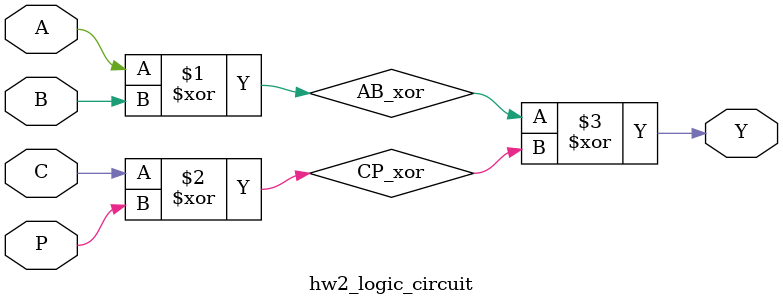
<source format=v>
`timescale 1ns / 1ps

module hw2_logic_circuit( //ÀÎÇ² 3°³¿Í ¾Æ¿ôÇ² 1°³ ¼±¾ð
    input A,
    input B,
    input C,
    input P,
    output Y
);
    // A xor B xor C xor D xor ±¸ÇöÀ» ÀÌ·¸°Ô Çß½À´Ï´Ù
    // Áß°£½ÅÈ£ ¼±¾ð
    wire AB_xor;      // B¿Í CÀÇ AND °á°ú
    wire CP_xor;  // A¿Í BÀÇ º¸¼ö¿Í CÀÇ º¸¼öÀÇ AND °á°ú
    
    // Áß°£½ÅÈ£ °è»ê
    assign AB_xor = A ^ B;
    assign CP_xor = C ^ P;
    
    // ÃÖÁ¾ Ãâ·Â °è»ê
    assign Y = AB_xor ^ CP_xor;
endmodule
</source>
